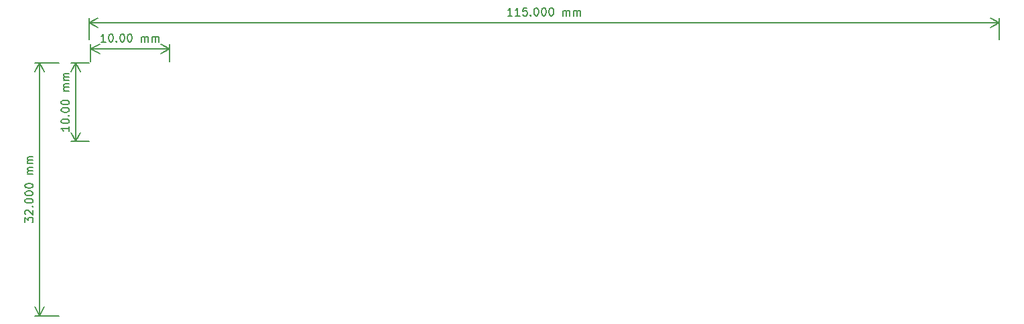
<source format=gbr>
G04 #@! TF.GenerationSoftware,KiCad,Pcbnew,5.1.5-1.fc31*
G04 #@! TF.CreationDate,2020-04-28T16:33:23+01:00*
G04 #@! TF.ProjectId,ReversingCam_FSAV433_ATTINY85_v3.2,52657665-7273-4696-9e67-43616d5f4653,V3.2*
G04 #@! TF.SameCoordinates,Original*
G04 #@! TF.FileFunction,OtherDrawing,Comment*
%FSLAX46Y46*%
G04 Gerber Fmt 4.6, Leading zero omitted, Abs format (unit mm)*
G04 Created by KiCad (PCBNEW 5.1.5-1.fc31) date 2020-04-28 16:33:23*
%MOMM*%
%LPD*%
G04 APERTURE LIST*
%ADD10C,0.150000*%
G04 APERTURE END LIST*
D10*
X27486361Y-22774380D02*
X26914933Y-22774380D01*
X27200647Y-22774380D02*
X27200647Y-21774380D01*
X27105409Y-21917238D01*
X27010171Y-22012476D01*
X26914933Y-22060095D01*
X28105409Y-21774380D02*
X28200647Y-21774380D01*
X28295885Y-21822000D01*
X28343504Y-21869619D01*
X28391123Y-21964857D01*
X28438742Y-22155333D01*
X28438742Y-22393428D01*
X28391123Y-22583904D01*
X28343504Y-22679142D01*
X28295885Y-22726761D01*
X28200647Y-22774380D01*
X28105409Y-22774380D01*
X28010171Y-22726761D01*
X27962552Y-22679142D01*
X27914933Y-22583904D01*
X27867314Y-22393428D01*
X27867314Y-22155333D01*
X27914933Y-21964857D01*
X27962552Y-21869619D01*
X28010171Y-21822000D01*
X28105409Y-21774380D01*
X28867314Y-22679142D02*
X28914933Y-22726761D01*
X28867314Y-22774380D01*
X28819695Y-22726761D01*
X28867314Y-22679142D01*
X28867314Y-22774380D01*
X29533980Y-21774380D02*
X29629219Y-21774380D01*
X29724457Y-21822000D01*
X29772076Y-21869619D01*
X29819695Y-21964857D01*
X29867314Y-22155333D01*
X29867314Y-22393428D01*
X29819695Y-22583904D01*
X29772076Y-22679142D01*
X29724457Y-22726761D01*
X29629219Y-22774380D01*
X29533980Y-22774380D01*
X29438742Y-22726761D01*
X29391123Y-22679142D01*
X29343504Y-22583904D01*
X29295885Y-22393428D01*
X29295885Y-22155333D01*
X29343504Y-21964857D01*
X29391123Y-21869619D01*
X29438742Y-21822000D01*
X29533980Y-21774380D01*
X30486361Y-21774380D02*
X30581600Y-21774380D01*
X30676838Y-21822000D01*
X30724457Y-21869619D01*
X30772076Y-21964857D01*
X30819695Y-22155333D01*
X30819695Y-22393428D01*
X30772076Y-22583904D01*
X30724457Y-22679142D01*
X30676838Y-22726761D01*
X30581600Y-22774380D01*
X30486361Y-22774380D01*
X30391123Y-22726761D01*
X30343504Y-22679142D01*
X30295885Y-22583904D01*
X30248266Y-22393428D01*
X30248266Y-22155333D01*
X30295885Y-21964857D01*
X30343504Y-21869619D01*
X30391123Y-21822000D01*
X30486361Y-21774380D01*
X32010171Y-22774380D02*
X32010171Y-22107714D01*
X32010171Y-22202952D02*
X32057790Y-22155333D01*
X32153028Y-22107714D01*
X32295885Y-22107714D01*
X32391123Y-22155333D01*
X32438742Y-22250571D01*
X32438742Y-22774380D01*
X32438742Y-22250571D02*
X32486361Y-22155333D01*
X32581600Y-22107714D01*
X32724457Y-22107714D01*
X32819695Y-22155333D01*
X32867314Y-22250571D01*
X32867314Y-22774380D01*
X33343504Y-22774380D02*
X33343504Y-22107714D01*
X33343504Y-22202952D02*
X33391123Y-22155333D01*
X33486361Y-22107714D01*
X33629219Y-22107714D01*
X33724457Y-22155333D01*
X33772076Y-22250571D01*
X33772076Y-22774380D01*
X33772076Y-22250571D02*
X33819695Y-22155333D01*
X33914933Y-22107714D01*
X34057790Y-22107714D01*
X34153028Y-22155333D01*
X34200647Y-22250571D01*
X34200647Y-22774380D01*
X25603200Y-23622000D02*
X35560000Y-23622000D01*
X25603200Y-25298400D02*
X25603200Y-23035579D01*
X35560000Y-25298400D02*
X35560000Y-23035579D01*
X35560000Y-23622000D02*
X34433496Y-24208421D01*
X35560000Y-23622000D02*
X34433496Y-23035579D01*
X25603200Y-23622000D02*
X26729704Y-24208421D01*
X25603200Y-23622000D02*
X26729704Y-23035579D01*
X22875980Y-33473638D02*
X22875980Y-34045066D01*
X22875980Y-33759352D02*
X21875980Y-33759352D01*
X22018838Y-33854590D01*
X22114076Y-33949828D01*
X22161695Y-34045066D01*
X21875980Y-32854590D02*
X21875980Y-32759352D01*
X21923600Y-32664114D01*
X21971219Y-32616495D01*
X22066457Y-32568876D01*
X22256933Y-32521257D01*
X22495028Y-32521257D01*
X22685504Y-32568876D01*
X22780742Y-32616495D01*
X22828361Y-32664114D01*
X22875980Y-32759352D01*
X22875980Y-32854590D01*
X22828361Y-32949828D01*
X22780742Y-32997447D01*
X22685504Y-33045066D01*
X22495028Y-33092685D01*
X22256933Y-33092685D01*
X22066457Y-33045066D01*
X21971219Y-32997447D01*
X21923600Y-32949828D01*
X21875980Y-32854590D01*
X22780742Y-32092685D02*
X22828361Y-32045066D01*
X22875980Y-32092685D01*
X22828361Y-32140304D01*
X22780742Y-32092685D01*
X22875980Y-32092685D01*
X21875980Y-31426019D02*
X21875980Y-31330780D01*
X21923600Y-31235542D01*
X21971219Y-31187923D01*
X22066457Y-31140304D01*
X22256933Y-31092685D01*
X22495028Y-31092685D01*
X22685504Y-31140304D01*
X22780742Y-31187923D01*
X22828361Y-31235542D01*
X22875980Y-31330780D01*
X22875980Y-31426019D01*
X22828361Y-31521257D01*
X22780742Y-31568876D01*
X22685504Y-31616495D01*
X22495028Y-31664114D01*
X22256933Y-31664114D01*
X22066457Y-31616495D01*
X21971219Y-31568876D01*
X21923600Y-31521257D01*
X21875980Y-31426019D01*
X21875980Y-30473638D02*
X21875980Y-30378400D01*
X21923600Y-30283161D01*
X21971219Y-30235542D01*
X22066457Y-30187923D01*
X22256933Y-30140304D01*
X22495028Y-30140304D01*
X22685504Y-30187923D01*
X22780742Y-30235542D01*
X22828361Y-30283161D01*
X22875980Y-30378400D01*
X22875980Y-30473638D01*
X22828361Y-30568876D01*
X22780742Y-30616495D01*
X22685504Y-30664114D01*
X22495028Y-30711733D01*
X22256933Y-30711733D01*
X22066457Y-30664114D01*
X21971219Y-30616495D01*
X21923600Y-30568876D01*
X21875980Y-30473638D01*
X22875980Y-28949828D02*
X22209314Y-28949828D01*
X22304552Y-28949828D02*
X22256933Y-28902209D01*
X22209314Y-28806971D01*
X22209314Y-28664114D01*
X22256933Y-28568876D01*
X22352171Y-28521257D01*
X22875980Y-28521257D01*
X22352171Y-28521257D02*
X22256933Y-28473638D01*
X22209314Y-28378400D01*
X22209314Y-28235542D01*
X22256933Y-28140304D01*
X22352171Y-28092685D01*
X22875980Y-28092685D01*
X22875980Y-27616495D02*
X22209314Y-27616495D01*
X22304552Y-27616495D02*
X22256933Y-27568876D01*
X22209314Y-27473638D01*
X22209314Y-27330780D01*
X22256933Y-27235542D01*
X22352171Y-27187923D01*
X22875980Y-27187923D01*
X22352171Y-27187923D02*
X22256933Y-27140304D01*
X22209314Y-27045066D01*
X22209314Y-26902209D01*
X22256933Y-26806971D01*
X22352171Y-26759352D01*
X22875980Y-26759352D01*
X23723600Y-35356800D02*
X23723600Y-25400000D01*
X25400000Y-35356800D02*
X23137179Y-35356800D01*
X25400000Y-25400000D02*
X23137179Y-25400000D01*
X23723600Y-25400000D02*
X24310021Y-26526504D01*
X23723600Y-25400000D02*
X23137179Y-26526504D01*
X23723600Y-35356800D02*
X24310021Y-34230296D01*
X23723600Y-35356800D02*
X23137179Y-34230296D01*
X17302380Y-45590476D02*
X17302380Y-44971428D01*
X17683333Y-45304761D01*
X17683333Y-45161904D01*
X17730952Y-45066666D01*
X17778571Y-45019047D01*
X17873809Y-44971428D01*
X18111904Y-44971428D01*
X18207142Y-45019047D01*
X18254761Y-45066666D01*
X18302380Y-45161904D01*
X18302380Y-45447619D01*
X18254761Y-45542857D01*
X18207142Y-45590476D01*
X17397619Y-44590476D02*
X17350000Y-44542857D01*
X17302380Y-44447619D01*
X17302380Y-44209523D01*
X17350000Y-44114285D01*
X17397619Y-44066666D01*
X17492857Y-44019047D01*
X17588095Y-44019047D01*
X17730952Y-44066666D01*
X18302380Y-44638095D01*
X18302380Y-44019047D01*
X18207142Y-43590476D02*
X18254761Y-43542857D01*
X18302380Y-43590476D01*
X18254761Y-43638095D01*
X18207142Y-43590476D01*
X18302380Y-43590476D01*
X17302380Y-42923809D02*
X17302380Y-42828571D01*
X17350000Y-42733333D01*
X17397619Y-42685714D01*
X17492857Y-42638095D01*
X17683333Y-42590476D01*
X17921428Y-42590476D01*
X18111904Y-42638095D01*
X18207142Y-42685714D01*
X18254761Y-42733333D01*
X18302380Y-42828571D01*
X18302380Y-42923809D01*
X18254761Y-43019047D01*
X18207142Y-43066666D01*
X18111904Y-43114285D01*
X17921428Y-43161904D01*
X17683333Y-43161904D01*
X17492857Y-43114285D01*
X17397619Y-43066666D01*
X17350000Y-43019047D01*
X17302380Y-42923809D01*
X17302380Y-41971428D02*
X17302380Y-41876190D01*
X17350000Y-41780952D01*
X17397619Y-41733333D01*
X17492857Y-41685714D01*
X17683333Y-41638095D01*
X17921428Y-41638095D01*
X18111904Y-41685714D01*
X18207142Y-41733333D01*
X18254761Y-41780952D01*
X18302380Y-41876190D01*
X18302380Y-41971428D01*
X18254761Y-42066666D01*
X18207142Y-42114285D01*
X18111904Y-42161904D01*
X17921428Y-42209523D01*
X17683333Y-42209523D01*
X17492857Y-42161904D01*
X17397619Y-42114285D01*
X17350000Y-42066666D01*
X17302380Y-41971428D01*
X17302380Y-41019047D02*
X17302380Y-40923809D01*
X17350000Y-40828571D01*
X17397619Y-40780952D01*
X17492857Y-40733333D01*
X17683333Y-40685714D01*
X17921428Y-40685714D01*
X18111904Y-40733333D01*
X18207142Y-40780952D01*
X18254761Y-40828571D01*
X18302380Y-40923809D01*
X18302380Y-41019047D01*
X18254761Y-41114285D01*
X18207142Y-41161904D01*
X18111904Y-41209523D01*
X17921428Y-41257142D01*
X17683333Y-41257142D01*
X17492857Y-41209523D01*
X17397619Y-41161904D01*
X17350000Y-41114285D01*
X17302380Y-41019047D01*
X18302380Y-39495238D02*
X17635714Y-39495238D01*
X17730952Y-39495238D02*
X17683333Y-39447619D01*
X17635714Y-39352380D01*
X17635714Y-39209523D01*
X17683333Y-39114285D01*
X17778571Y-39066666D01*
X18302380Y-39066666D01*
X17778571Y-39066666D02*
X17683333Y-39019047D01*
X17635714Y-38923809D01*
X17635714Y-38780952D01*
X17683333Y-38685714D01*
X17778571Y-38638095D01*
X18302380Y-38638095D01*
X18302380Y-38161904D02*
X17635714Y-38161904D01*
X17730952Y-38161904D02*
X17683333Y-38114285D01*
X17635714Y-38019047D01*
X17635714Y-37876190D01*
X17683333Y-37780952D01*
X17778571Y-37733333D01*
X18302380Y-37733333D01*
X17778571Y-37733333D02*
X17683333Y-37685714D01*
X17635714Y-37590476D01*
X17635714Y-37447619D01*
X17683333Y-37352380D01*
X17778571Y-37304761D01*
X18302380Y-37304761D01*
X19150000Y-57400000D02*
X19150000Y-25400000D01*
X21590000Y-57400000D02*
X18563579Y-57400000D01*
X21590000Y-25400000D02*
X18563579Y-25400000D01*
X19150000Y-25400000D02*
X19736421Y-26526504D01*
X19150000Y-25400000D02*
X18563579Y-26526504D01*
X19150000Y-57400000D02*
X19736421Y-56273496D01*
X19150000Y-57400000D02*
X18563579Y-56273496D01*
X78852380Y-19472380D02*
X78280952Y-19472380D01*
X78566666Y-19472380D02*
X78566666Y-18472380D01*
X78471428Y-18615238D01*
X78376190Y-18710476D01*
X78280952Y-18758095D01*
X79804761Y-19472380D02*
X79233333Y-19472380D01*
X79519047Y-19472380D02*
X79519047Y-18472380D01*
X79423809Y-18615238D01*
X79328571Y-18710476D01*
X79233333Y-18758095D01*
X80709523Y-18472380D02*
X80233333Y-18472380D01*
X80185714Y-18948571D01*
X80233333Y-18900952D01*
X80328571Y-18853333D01*
X80566666Y-18853333D01*
X80661904Y-18900952D01*
X80709523Y-18948571D01*
X80757142Y-19043809D01*
X80757142Y-19281904D01*
X80709523Y-19377142D01*
X80661904Y-19424761D01*
X80566666Y-19472380D01*
X80328571Y-19472380D01*
X80233333Y-19424761D01*
X80185714Y-19377142D01*
X81185714Y-19377142D02*
X81233333Y-19424761D01*
X81185714Y-19472380D01*
X81138095Y-19424761D01*
X81185714Y-19377142D01*
X81185714Y-19472380D01*
X81852380Y-18472380D02*
X81947619Y-18472380D01*
X82042857Y-18520000D01*
X82090476Y-18567619D01*
X82138095Y-18662857D01*
X82185714Y-18853333D01*
X82185714Y-19091428D01*
X82138095Y-19281904D01*
X82090476Y-19377142D01*
X82042857Y-19424761D01*
X81947619Y-19472380D01*
X81852380Y-19472380D01*
X81757142Y-19424761D01*
X81709523Y-19377142D01*
X81661904Y-19281904D01*
X81614285Y-19091428D01*
X81614285Y-18853333D01*
X81661904Y-18662857D01*
X81709523Y-18567619D01*
X81757142Y-18520000D01*
X81852380Y-18472380D01*
X82804761Y-18472380D02*
X82900000Y-18472380D01*
X82995238Y-18520000D01*
X83042857Y-18567619D01*
X83090476Y-18662857D01*
X83138095Y-18853333D01*
X83138095Y-19091428D01*
X83090476Y-19281904D01*
X83042857Y-19377142D01*
X82995238Y-19424761D01*
X82900000Y-19472380D01*
X82804761Y-19472380D01*
X82709523Y-19424761D01*
X82661904Y-19377142D01*
X82614285Y-19281904D01*
X82566666Y-19091428D01*
X82566666Y-18853333D01*
X82614285Y-18662857D01*
X82661904Y-18567619D01*
X82709523Y-18520000D01*
X82804761Y-18472380D01*
X83757142Y-18472380D02*
X83852380Y-18472380D01*
X83947619Y-18520000D01*
X83995238Y-18567619D01*
X84042857Y-18662857D01*
X84090476Y-18853333D01*
X84090476Y-19091428D01*
X84042857Y-19281904D01*
X83995238Y-19377142D01*
X83947619Y-19424761D01*
X83852380Y-19472380D01*
X83757142Y-19472380D01*
X83661904Y-19424761D01*
X83614285Y-19377142D01*
X83566666Y-19281904D01*
X83519047Y-19091428D01*
X83519047Y-18853333D01*
X83566666Y-18662857D01*
X83614285Y-18567619D01*
X83661904Y-18520000D01*
X83757142Y-18472380D01*
X85280952Y-19472380D02*
X85280952Y-18805714D01*
X85280952Y-18900952D02*
X85328571Y-18853333D01*
X85423809Y-18805714D01*
X85566666Y-18805714D01*
X85661904Y-18853333D01*
X85709523Y-18948571D01*
X85709523Y-19472380D01*
X85709523Y-18948571D02*
X85757142Y-18853333D01*
X85852380Y-18805714D01*
X85995238Y-18805714D01*
X86090476Y-18853333D01*
X86138095Y-18948571D01*
X86138095Y-19472380D01*
X86614285Y-19472380D02*
X86614285Y-18805714D01*
X86614285Y-18900952D02*
X86661904Y-18853333D01*
X86757142Y-18805714D01*
X86900000Y-18805714D01*
X86995238Y-18853333D01*
X87042857Y-18948571D01*
X87042857Y-19472380D01*
X87042857Y-18948571D02*
X87090476Y-18853333D01*
X87185714Y-18805714D01*
X87328571Y-18805714D01*
X87423809Y-18853333D01*
X87471428Y-18948571D01*
X87471428Y-19472380D01*
X25400000Y-20320000D02*
X140400000Y-20320000D01*
X25400000Y-22460000D02*
X25400000Y-19733579D01*
X140400000Y-22460000D02*
X140400000Y-19733579D01*
X140400000Y-20320000D02*
X139273496Y-20906421D01*
X140400000Y-20320000D02*
X139273496Y-19733579D01*
X25400000Y-20320000D02*
X26526504Y-20906421D01*
X25400000Y-20320000D02*
X26526504Y-19733579D01*
M02*

</source>
